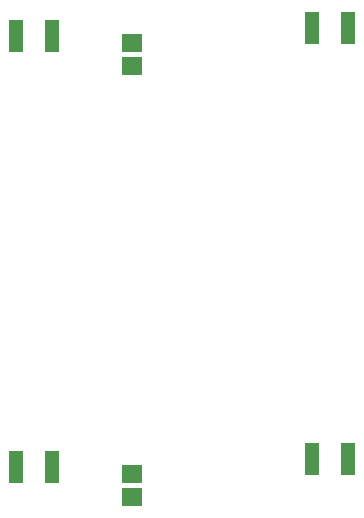
<source format=gbr>
%FSLAX34Y34*%
%MOMM*%
%LNSMDMASK_TOP*%
G71*
G01*
%ADD10R, 1.20X2.70*%
%ADD11R, 1.80X1.50*%
%LPD*%
X590550Y844550D02*
G54D10*
D03*
X621109Y844550D02*
G54D10*
D03*
X438150Y831850D02*
G54D11*
D03*
X438150Y812850D02*
G54D11*
D03*
X339725Y838200D02*
G54D10*
D03*
X370284Y838200D02*
G54D10*
D03*
X590550Y479425D02*
G54D10*
D03*
X621109Y479425D02*
G54D10*
D03*
X438150Y466725D02*
G54D11*
D03*
X438150Y447725D02*
G54D11*
D03*
X339725Y473075D02*
G54D10*
D03*
X370284Y473075D02*
G54D10*
D03*
M02*

</source>
